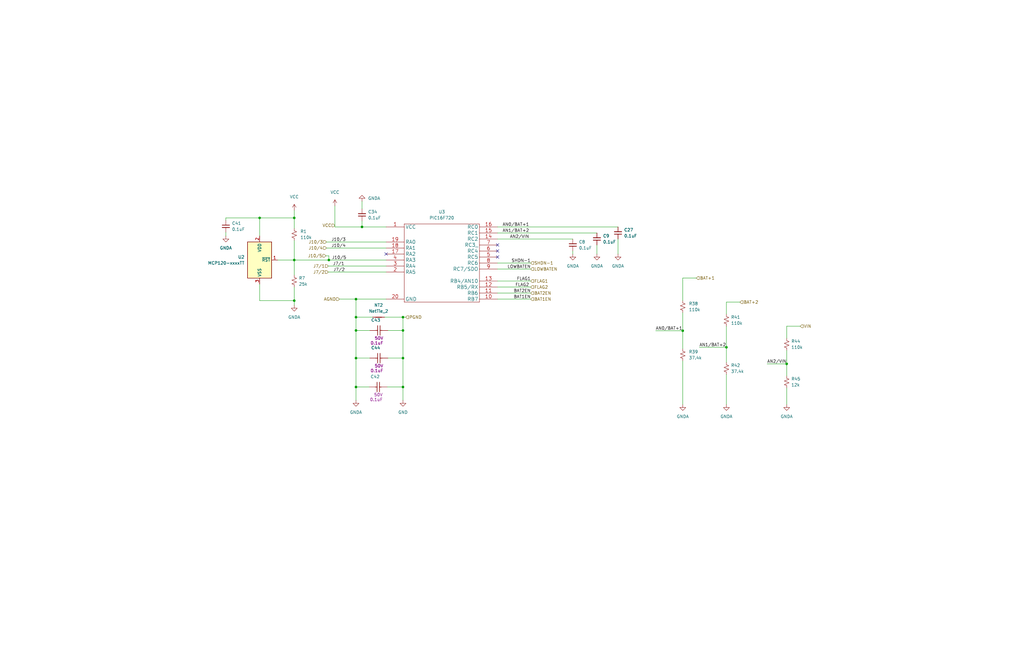
<source format=kicad_sch>
(kicad_sch (version 20230121) (generator eeschema)
  (paper "B")
  (title_block (title "Pass Through Charger") (date "2023-03-01") (rev "4") (company "SupplyNet") (comment 3 "R. Mercado") (comment 4 "Designed By:"))
  (lib_symbols
    (symbol "BCU_AltiumImport-altium-import:0_Cap"
      (property "Value" "0_Cap" (at 0 0 0))
      (symbol "0_Cap_1_0"
        (polyline (pts (xy -2.032 -3.302) (xy 2.032 -3.302)) (stroke (width 0.254)))
        (polyline (pts (xy 0 -5.08) (xy 0 -4.318)) (stroke (width 0.254)))
        (polyline (pts (xy 0 -2.54) (xy 0 -3.302)) (stroke (width 0.254)))
        (polyline (pts (xy 2.032 -4.318) (xy -2.032 -4.318)) (stroke (width 0.254)))
        (pin passive line (at 0 0 270) (length 2.54) (name "1") (number "1"))
        (pin passive line (at 0 -7.62 90) (length 2.54) (name "2") (number "2"))
      )
    )
    (symbol "Device:C_Small" (pin_numbers hide) (pin_names (offset 0.254) hide)
      (property "Reference" "C" (at 0.254 1.778 0))
      (property "Value" "C_Small" (at 0.254 -2.032 0))
      (symbol "C_Small_0_1"
        (polyline (pts (xy -1.524 -0.508) (xy 1.524 -0.508)) (stroke (width 0.3302)))
        (polyline (pts (xy -1.524 0.508) (xy 1.524 0.508)) (stroke (width 0.3048)))
      )
      (symbol "C_Small_1_1"
        (pin passive line (at 0 2.54 270) (length 2.032) (name "~") (number "1"))
        (pin passive line (at 0 -2.54 90) (length 2.032) (name "~") (number "2"))
      )
    )
    (symbol "Device:NetTie_2" (pin_numbers hide) (pin_names (offset 0) hide)
      (property "Reference" "NT" (at 0 1.27 0))
      (property "Value" "NetTie_2" (at 0 -1.27 0))
      (symbol "NetTie_2_0_1"
        (polyline (pts (xy -1.27 0) (xy 1.27 0)) (stroke (width 0.254)))
      )
      (symbol "NetTie_2_1_1"
        (pin passive line (at -2.54 0 0) (length 2.54) (name "1") (number "1"))
        (pin passive line (at 2.54 0 180) (length 2.54) (name "2") (number "2"))
      )
    )
    (symbol "Device:R_Small_US" (pin_numbers hide) (pin_names (offset 0.254) hide)
      (property "Reference" "R" (at 0.762 0.508 0))
      (property "Value" "R_Small_US" (at 0.762 -1.016 0))
      (symbol "R_Small_US_1_1"
        (polyline (pts (xy 0 0) (xy 1.016 -0.381) (xy 0 -0.762) (xy -1.016 -1.143) (xy 0 -1.524)))
        (polyline (pts (xy 0 1.524) (xy 1.016 1.143) (xy 0 0.762) (xy -1.016 0.381) (xy 0 0)))
        (pin passive line (at 0 2.54 270) (length 1.016) (name "~") (number "1"))
        (pin passive line (at 0 -2.54 90) (length 1.016) (name "~") (number "2"))
      )
    )
    (symbol "MCU_Microchip_PIC16:PIC16F720"
      (property "Reference" "U" (at 0 0 0))
      (property "Value" "PIC16F720" (at 1.27 -6.35 0))
      (symbol "PIC16F720_0_1"
        (rectangle (start -13.97 21.59) (end 17.78 -11.43))
      )
      (symbol "PIC16F720_1_1"
        (pin unspecified line (at -21.59 20.32 0) (length 7.62) (name "VCC") (number "1"))
        (pin unspecified line (at 25.4 -10.16 180) (length 7.62) (name "RB7") (number "10"))
        (pin unspecified line (at 25.4 -7.62 180) (length 7.62) (name "RB6") (number "11"))
        (pin unspecified line (at 25.4 -5.08 180) (length 7.62) (name "RB5/RX") (number "12"))
        (pin unspecified line (at 25.4 -2.54 180) (length 7.62) (name "RB4/AN10") (number "13"))
        (pin unspecified line (at 25.4 15.24 180) (length 7.62) (name "RC2") (number "14"))
        (pin unspecified line (at 25.4 17.78 180) (length 7.62) (name "RC1") (number "15"))
        (pin unspecified line (at 25.4 20.32 180) (length 7.62) (name "RC0") (number "16"))
        (pin unspecified line (at -21.59 8.89 0) (length 7.62) (name "RA2") (number "17"))
        (pin unspecified line (at -21.59 11.43 0) (length 7.62) (name "RA1") (number "18"))
        (pin unspecified line (at -21.59 13.97 0) (length 7.62) (name "RA0") (number "19"))
        (pin unspecified line (at -21.59 1.27 0) (length 7.62) (name "RA5") (number "2"))
        (pin unspecified line (at -21.59 -10.16 0) (length 7.62) (name "GND") (number "20"))
        (pin unspecified line (at -21.59 3.81 0) (length 7.62) (name "RA4") (number "3"))
        (pin unspecified line (at -21.59 6.35 0) (length 7.62) (name "RA3") (number "4"))
        (pin unspecified line (at 25.4 7.62 180) (length 7.62) (name "RC5") (number "5"))
        (pin unspecified line (at 25.4 10.16 180) (length 7.62) (name "RC4") (number "6"))
        (pin unspecified line (at 25.4 12.7 180) (length 7.62) (name "RC3_") (number "7"))
        (pin unspecified line (at 25.4 5.08 180) (length 7.62) (name "RC6") (number "8"))
        (pin unspecified line (at 25.4 2.54 180) (length 7.62) (name "RC7/SDO") (number "9"))
      )
    )
    (symbol "Power_Supervisor:MCP120-xxxxTT"
      (property "Reference" "U" (at -5.08 8.89 0))
      (property "Value" "MCP120-xxxxTT" (at 8.89 8.89 0))
      (symbol "MCP120-xxxxTT_0_1"
        (rectangle (start 5.08 7.62) (end -5.08 -7.62) (stroke (width 0.254)) (fill (type background)))
      )
      (symbol "MCP120-xxxxTT_1_1"
        (pin open_collector line (at 7.62 0 180) (length 2.54) (name "~{RST}") (number "1"))
        (pin power_in line (at 0 10.16 270) (length 2.54) (name "VDD") (number "2"))
        (pin power_in line (at 0 -10.16 90) (length 2.54) (name "VSS") (number "3"))
      )
    )
    (symbol "power:GND" (power) (pin_names (offset 0))
      (property "Value" "GND" (at 0 -3.81 0))
      (symbol "GND_0_1"
        (polyline (pts (xy 0 0) (xy 0 -1.27) (xy 1.27 -1.27) (xy 0 -2.54) (xy -1.27 -1.27) (xy 0 -1.27)))
      )
      (symbol "GND_1_1"
        (pin power_in line (at 0 0 270) (length 0) hide (name "GND") (number "1"))
      )
    )
    (symbol "power:GNDA" (power) (pin_names (offset 0))
      (property "Value" "GNDA" (at 0 -3.81 0))
      (symbol "GNDA_0_1"
        (polyline (pts (xy 0 0) (xy 0 -1.27) (xy 1.27 -1.27) (xy 0 -2.54) (xy -1.27 -1.27) (xy 0 -1.27)))
      )
      (symbol "GNDA_1_1"
        (pin power_in line (at 0 0 270) (length 0) hide (name "GNDA") (number "1"))
      )
    )
    (symbol "power:VCC" (power) (pin_names (offset 0))
      (property "Value" "VCC" (at 0 3.81 0))
      (symbol "VCC_0_1"
        (polyline (pts (xy -0.762 1.27) (xy 0 2.54)))
        (polyline (pts (xy 0 0) (xy 0 2.54)))
        (polyline (pts (xy 0 2.54) (xy 0.762 1.27)))
      )
      (symbol "VCC_1_1"
        (pin power_in line (at 0 0 90) (length 0) hide (name "VCC") (number "1"))
      )
    )
  )
  (junction (at 124.079 91.948))
  (junction (at 150.114 139.446))
  (junction (at 124.079 126.873))
  (junction (at 150.114 126.238))
  (junction (at 169.926 133.858))
  (junction (at 306.324 146.558))
  (junction (at 287.909 139.573))
  (junction (at 152.654 95.758))
  (junction (at 169.926 151.13))
  (junction (at 150.114 133.858))
  (junction (at 169.926 139.446))
  (junction (at 109.474 91.948))
  (junction (at 124.079 109.728))
  (junction (at 150.114 163.322))
  (junction (at 331.724 153.543))
  (junction (at 169.926 163.322))
  (junction (at 138.684 109.728))
  (junction (at 150.114 151.13))
  (no_connect (at 209.804 108.458))
  (no_connect (at 209.804 105.918))
  (no_connect (at 209.804 103.378))
  (no_connect (at 162.814 107.188))
  (wire (pts (xy 241.554 100.838) (xy 209.804 100.838)))
  (wire (pts (xy 150.114 139.446) (xy 150.114 151.13)))
  (wire (pts (xy 331.724 137.668) (xy 331.724 142.748)))
  (wire (pts (xy 157.099 133.858) (xy 150.114 133.858)))
  (wire (pts (xy 287.909 117.348) (xy 287.909 126.873)))
  (wire (pts (xy 209.804 121.158) (xy 223.774 121.158)))
  (wire (pts (xy 124.079 88.773) (xy 124.079 91.948)))
  (wire (pts (xy 260.604 107.188) (xy 260.604 100.838)))
  (wire (pts (xy 169.926 163.322) (xy 169.926 168.91)))
  (wire (pts (xy 95.25 98.044) (xy 95.25 99.568)))
  (wire (pts (xy 337.439 137.668) (xy 331.724 137.668)))
  (wire (pts (xy 124.079 101.473) (xy 124.079 109.728)))
  (wire (pts (xy 294.894 146.558) (xy 306.324 146.558)))
  (wire (pts (xy 323.469 153.543) (xy 331.724 153.543)))
  (wire (pts (xy 223.774 126.238) (xy 209.804 126.238)))
  (wire (pts (xy 287.909 170.688) (xy 287.909 152.273)))
  (wire (pts (xy 162.179 133.858) (xy 169.926 133.858)))
  (wire (pts (xy 109.474 126.873) (xy 124.079 126.873)))
  (wire (pts (xy 163.322 163.322) (xy 169.926 163.322)))
  (wire (pts (xy 306.324 127.508) (xy 306.324 132.588)))
  (wire (pts (xy 124.079 121.158) (xy 124.079 126.873)))
  (wire (pts (xy 155.956 139.446) (xy 150.114 139.446)))
  (wire (pts (xy 287.909 139.573) (xy 287.909 131.953)))
  (wire (pts (xy 241.554 107.188) (xy 241.554 105.918)))
  (wire (pts (xy 152.654 93.218) (xy 152.654 95.758)))
  (wire (pts (xy 152.654 84.963) (xy 152.654 88.138)))
  (wire (pts (xy 152.654 95.758) (xy 141.224 95.758)))
  (wire (pts (xy 124.079 91.948) (xy 124.079 96.393)))
  (wire (pts (xy 312.039 127.508) (xy 306.324 127.508)))
  (wire (pts (xy 163.576 151.13) (xy 169.926 151.13)))
  (wire (pts (xy 150.114 133.858) (xy 150.114 139.446)))
  (wire (pts (xy 137.668 104.648) (xy 162.814 104.648)))
  (wire (pts (xy 141.224 86.868) (xy 141.224 95.758)))
  (wire (pts (xy 293.624 117.348) (xy 287.909 117.348)))
  (wire (pts (xy 124.079 109.728) (xy 138.684 109.728)))
  (wire (pts (xy 150.114 151.13) (xy 150.114 163.322)))
  (wire (pts (xy 150.114 126.238) (xy 150.114 133.858)))
  (wire (pts (xy 109.474 91.948) (xy 124.079 91.948)))
  (wire (pts (xy 169.926 133.858) (xy 169.926 139.446)))
  (wire (pts (xy 209.804 98.298) (xy 251.714 98.298)))
  (wire (pts (xy 143.129 126.238) (xy 150.114 126.238)))
  (wire (pts (xy 209.804 95.758) (xy 260.604 95.758)))
  (wire (pts (xy 109.474 126.873) (xy 109.474 119.888)))
  (wire (pts (xy 223.774 123.698) (xy 209.804 123.698)))
  (wire (pts (xy 138.684 107.95) (xy 138.684 109.728)))
  (wire (pts (xy 223.774 118.618) (xy 209.804 118.618)))
  (wire (pts (xy 287.909 147.193) (xy 287.909 139.573)))
  (wire (pts (xy 124.079 116.078) (xy 124.079 109.728)))
  (wire (pts (xy 306.324 170.688) (xy 306.324 157.988)))
  (wire (pts (xy 331.724 158.623) (xy 331.724 153.543)))
  (wire (pts (xy 306.324 146.558) (xy 306.324 137.668)))
  (wire (pts (xy 169.926 133.858) (xy 171.069 133.858)))
  (wire (pts (xy 109.474 99.568) (xy 109.474 91.948)))
  (wire (pts (xy 223.774 110.998) (xy 209.804 110.998)))
  (wire (pts (xy 163.576 139.446) (xy 169.926 139.446)))
  (wire (pts (xy 124.079 126.873) (xy 124.079 128.778)))
  (wire (pts (xy 331.724 153.543) (xy 331.724 147.828)))
  (wire (pts (xy 137.414 107.95) (xy 138.684 107.95)))
  (wire (pts (xy 138.43 114.808) (xy 162.814 114.808)))
  (wire (pts (xy 251.714 107.188) (xy 251.714 103.378)))
  (wire (pts (xy 138.43 112.268) (xy 162.814 112.268)))
  (wire (pts (xy 169.926 139.446) (xy 169.926 151.13)))
  (wire (pts (xy 137.668 102.108) (xy 162.814 102.108)))
  (wire (pts (xy 150.114 151.13) (xy 155.956 151.13)))
  (wire (pts (xy 95.25 92.964) (xy 95.25 91.948)))
  (wire (pts (xy 223.774 113.538) (xy 209.804 113.538)))
  (wire (pts (xy 117.094 109.728) (xy 124.079 109.728)))
  (wire (pts (xy 331.724 170.688) (xy 331.724 163.703)))
  (wire (pts (xy 169.926 151.13) (xy 169.926 163.322)))
  (wire (pts (xy 150.114 163.322) (xy 150.114 168.91)))
  (wire (pts (xy 152.654 95.758) (xy 162.814 95.758)))
  (wire (pts (xy 306.324 152.908) (xy 306.324 146.558)))
  (wire (pts (xy 95.25 91.948) (xy 109.474 91.948)))
  (wire (pts (xy 138.684 109.728) (xy 162.814 109.728)))
  (wire (pts (xy 276.479 139.573) (xy 287.909 139.573)))
  (wire (pts (xy 150.114 163.322) (xy 155.702 163.322)))
  (wire (pts (xy 150.114 126.238) (xy 162.814 126.238)))
  (label "LOWBATEN" (at 223.774 113.538 180))
  (label "AN1{slash}BAT+2" (at 223.139 98.298 180))
  (label "J7{slash}1" (at 140.3563 112.268 0))
  (label "AN0{slash}BAT+1" (at 223.139 95.758 180))
  (label "BAT1EN" (at 223.774 126.238 180))
  (label "AN0{slash}BAT+1" (at 276.479 139.573 0))
  (label "J10{slash}4" (at 139.7 104.648 0))
  (label "J7{slash}2" (at 140.5361 114.808 0))
  (label "SHDN-1" (at 223.774 110.998 180))
  (label "FLAG2" (at 223.139 121.158 180))
  (label "J10{slash}3" (at 139.7 102.108 0))
  (label "FLAG1" (at 223.774 118.618 180))
  (label "J10{slash}5" (at 139.954 109.728 0))
  (label "AN1{slash}BAT+2" (at 294.894 146.558 0))
  (label "BAT2EN" (at 223.774 123.698 180))
  (label "AN2{slash}VIN" (at 323.469 153.543 0))
  (label "AN2{slash}VIN" (at 223.139 100.838 180))
  (hierarchical_label "FLAG2" (shape input) (at 223.774 121.158 0))
  (hierarchical_label "BAT2EN" (shape input) (at 223.774 123.698 0))
  (hierarchical_label "VCC" (shape input) (at 141.224 95.123 180))
  (hierarchical_label "SHDN-1" (shape input) (at 223.774 110.998 0))
  (hierarchical_label "BAT+2" (shape input) (at 312.039 127.508 0))
  (hierarchical_label "FLAG1" (shape input) (at 223.774 118.618 0))
  (hierarchical_label "PGND" (shape input) (at 171.069 133.858 0))
  (hierarchical_label "BAT1EN" (shape input) (at 223.774 126.238 0))
  (hierarchical_label "J7{slash}1" (shape input) (at 138.43 112.268 180))
  (hierarchical_label "AGND" (shape input) (at 143.129 126.238 180))
  (hierarchical_label "J10{slash}3" (shape input) (at 137.668 102.108 180))
  (hierarchical_label "J7{slash}2" (shape input) (at 138.43 114.808 180))
  (hierarchical_label "BAT+1" (shape input) (at 293.624 117.348 0))
  (hierarchical_label "J10{slash}5" (shape input) (at 137.414 107.95 180))
  (hierarchical_label "LOWBATEN" (shape input) (at 223.774 113.538 0))
  (hierarchical_label "J10{slash}4" (shape input) (at 137.668 104.648 180))
  (hierarchical_label "VIN" (shape input) (at 337.439 137.668 0))
  (symbol (lib_id "power:GNDA") (at 331.724 170.688 0) (unit 1)
    (property "Reference" "#PWR0143" (effects hide))
    (property "Value" "GNDA" (at 331.724 175.768 0))
  )
  (symbol (lib_id "power:GNDA") (at 287.909 170.688 0) (unit 1)
    (property "Reference" "#PWR0144" (effects hide))
    (property "Value" "GNDA" (at 287.909 175.768 0))
  )
  (symbol (lib_id "BCU_AltiumImport-altium-import:0_Cap") (at 155.956 151.13 90) (unit 1)
    (property "Reference" "C44" (at 160.401 146.05 90) (effects (justify left bottom)))
    (property "Value" "0.1uF" (effects hide))
    (property "Footprint" "Capacitor_SMD:C_0603_1608Metric" (effects hide))
    (property "DIELECTRIC" "X7R" (effects hide))
    (property "CAPACITANCE" "0.1uF" (at 161.671 155.702 90) (effects (justify left bottom)))
    (property "VOLTAGE" "50V" (at 161.671 153.67 90) (effects (justify left bottom)))
    (property "IDENTIFIER" "0.1uF 100V +/-5% 0603" (effects hide))
    (property "MANUFACTURER" "Vishay/Vitramon" (effects hide))
    (property "MANUFACTURER 2" "AVX" (effects hide))
    (property "MANUFACTURER PARTNO 2" "12062C104JAT2A" (effects hide))
    (property "PRESSURE VERIFIED" "12000" (effects hide))
    (property "DATE CHECKED" "12/17/2019" (effects hide))
    (property "DATE VERIFIED" "12/17/2019" (effects hide))
    (property "TOLERANCE" "+/-5%" (effects hide))
    (property "MOUNTING TECHNOLOGY" "SMT" (effects hide))
    (property "ROHS" "YES" (effects hide))
    (property "DO NOT POPULATE" "DNP" (effects hide))
    (property "PACKAGE" "1206" (effects hide))
    (property "POLAR" "No" (effects hide))
    (property "HELPURL" "https://www.mouser.com/datasheet/2/427/vjw1bcbascomseries-223529.pdf" (effects hide))
  )
  (symbol (lib_id "Device:C_Small") (at 95.25 95.504 0) (unit 1)
    (property "Reference" "C41" (at 97.79 94.2402 0) (effects (justify left)))
    (property "Value" "0.1uF" (at 97.79 96.7802 0) (effects (justify left)))
    (property "Footprint" "Capacitor_SMD:C_0603_1608Metric" (effects hide))
  )
  (symbol (lib_id "power:GNDA") (at 152.654 84.963 180) (unit 1)
    (property "Reference" "#PWR0146" (effects hide))
    (property "Value" "GNDA" (at 155.194 83.6929 0) (effects (justify right)))
  )
  (symbol (lib_id "power:GNDA") (at 95.25 99.568 0) (unit 1)
    (property "Reference" "#PWR0160" (effects hide))
    (property "Value" "GNDA" (at 95.25 104.648 0))
  )
  (symbol (lib_id "power:GNDA") (at 150.114 168.91 0) (unit 1)
    (property "Reference" "#PWR0149" (effects hide))
    (property "Value" "GNDA" (at 150.114 173.99 0))
  )
  (symbol (lib_id "power:GNDA") (at 260.604 107.188 0) (unit 1)
    (property "Reference" "#PWR0140" (effects hide))
    (property "Value" "GNDA" (at 260.604 112.268 0))
  )
  (symbol (lib_id "power:GNDA") (at 306.324 170.688 0) (unit 1)
    (property "Reference" "#PWR0145" (effects hide))
    (property "Value" "GNDA" (at 306.324 175.768 0))
  )
  (symbol (lib_id "Device:R_Small_US") (at 287.909 149.733 0) (unit 1)
    (property "Reference" "R39" (at 290.449 148.4629 0) (effects (justify left)))
    (property "Value" "37.4k" (at 290.449 151.0029 0) (effects (justify left)))
    (property "Footprint" "Resistor_SMD:R_0402_1005Metric" (effects hide))
  )
  (symbol (lib_id "Device:NetTie_2") (at 159.639 133.858 0) (unit 1)
    (property "Reference" "NT2" (at 159.639 128.778 0))
    (property "Value" "NetTie_2" (at 159.639 131.318 0))
  )
  (symbol (lib_id "Device:R_Small_US") (at 124.079 98.933 0) (unit 1)
    (property "Reference" "R1" (at 126.619 97.6629 0) (effects (justify left)))
    (property "Value" "110k" (at 126.619 100.2029 0) (effects (justify left)))
    (property "Footprint" "Resistor_SMD:R_0402_1005Metric" (effects hide))
  )
  (symbol (lib_id "Device:C_Small") (at 260.604 98.298 180) (unit 1)
    (property "Reference" "C27" (at 263.144 97.0215 0) (effects (justify right)))
    (property "Value" "0.1uF" (at 263.144 99.5615 0) (effects (justify right)))
    (property "Footprint" "Capacitor_SMD:C_0402_1005Metric" (effects hide))
  )
  (symbol (lib_id "Device:R_Small_US") (at 331.724 161.163 0) (unit 1)
    (property "Reference" "R45" (at 333.629 159.8929 0) (effects (justify left)))
    (property "Value" "12k" (at 333.629 162.4329 0) (effects (justify left)))
    (property "Footprint" "Resistor_SMD:R_0402_1005Metric" (effects hide))
  )
  (symbol (lib_id "Device:R_Small_US") (at 306.324 135.128 0) (unit 1)
    (property "Reference" "R41" (at 308.229 133.8579 0) (effects (justify left)))
    (property "Value" "110k" (at 308.229 136.3979 0) (effects (justify left)))
    (property "Footprint" "Resistor_SMD:R_0402_1005Metric" (effects hide))
  )
  (symbol (lib_id "Device:R_Small_US") (at 306.324 155.448 0) (unit 1)
    (property "Reference" "R42" (at 308.229 154.1779 0) (effects (justify left)))
    (property "Value" "37.4k" (at 308.229 156.7179 0) (effects (justify left)))
    (property "Footprint" "Resistor_SMD:R_0402_1005Metric" (effects hide))
  )
  (symbol (lib_id "Device:R_Small_US") (at 124.079 118.618 0) (unit 1)
    (property "Reference" "R7" (at 125.984 117.3479 0) (effects (justify left)))
    (property "Value" "25k" (at 125.984 119.8879 0) (effects (justify left)))
    (property "Footprint" "Resistor_SMD:R_0402_1005Metric" (effects hide))
  )
  (symbol (lib_id "power:VCC") (at 141.224 86.868 0) (unit 1)
    (property "Reference" "#PWR0138" (effects hide))
    (property "Value" "VCC" (at 141.224 81.153 0))
  )
  (symbol (lib_id "Device:R_Small_US") (at 331.724 145.288 0) (unit 1)
    (property "Reference" "R44" (at 333.629 144.0179 0) (effects (justify left)))
    (property "Value" "110k" (at 333.629 146.5579 0) (effects (justify left)))
    (property "Footprint" "Resistor_SMD:R_0402_1005Metric" (effects hide))
  )
  (symbol (lib_id "power:GNDA") (at 251.714 107.188 0) (unit 1)
    (property "Reference" "#PWR0141" (effects hide))
    (property "Value" "GNDA" (at 251.714 112.268 0))
  )
  (symbol (lib_id "power:GNDA") (at 241.554 107.188 0) (unit 1)
    (property "Reference" "#PWR0142" (effects hide))
    (property "Value" "GNDA" (at 241.554 112.268 0))
  )
  (symbol (lib_id "power:GND") (at 169.926 168.91 0) (unit 1)
    (property "Reference" "#PWR0148" (effects hide))
    (property "Value" "GND" (at 169.926 173.99 0))
  )
  (symbol (lib_id "Device:C_Small") (at 251.714 100.838 180) (unit 1)
    (property "Reference" "C9" (at 254.254 99.5615 0) (effects (justify right)))
    (property "Value" "0.1uF" (at 254.254 102.1015 0) (effects (justify right)))
    (property "Footprint" "Capacitor_SMD:C_0402_1005Metric" (effects hide))
  )
  (symbol (lib_id "Power_Supervisor:MCP120-xxxxTT") (at 109.474 109.728 0) (unit 1)
    (property "Reference" "U2" (at 103.124 108.4579 0) (effects (justify right)))
    (property "Value" "MCP120-xxxxTT" (at 103.124 110.9979 0) (effects (justify right)))
    (property "Footprint" "Package_TO_SOT_SMD:SOT-23" (effects hide))
    (property "Datasheet" "http://ww1.microchip.com/downloads/en/DeviceDoc/11184d.pdf" (effects hide))
  )
  (symbol (lib_id "Device:R_Small_US") (at 287.909 129.413 0) (unit 1)
    (property "Reference" "R38" (at 290.449 128.1429 0) (effects (justify left)))
    (property "Value" "110k" (at 290.449 130.6829 0) (effects (justify left)))
    (property "Footprint" "Resistor_SMD:R_0402_1005Metric" (effects hide))
  )
  (symbol (lib_id "BCU_AltiumImport-altium-import:0_Cap") (at 155.956 139.446 90) (unit 1)
    (property "Reference" "C43" (at 160.401 134.366 90) (effects (justify left bottom)))
    (property "Value" "0.1uF" (effects hide))
    (property "Footprint" "Capacitor_SMD:C_0603_1608Metric" (effects hide))
    (property "DIELECTRIC" "X7R" (effects hide))
    (property "CAPACITANCE" "0.1uF" (at 161.671 144.018 90) (effects (justify left bottom)))
    (property "VOLTAGE" "50V" (at 161.671 141.986 90) (effects (justify left bottom)))
    (property "IDENTIFIER" "0.1uF 100V +/-5% 0603" (effects hide))
    (property "MANUFACTURER" "Vishay/Vitramon" (effects hide))
    (property "MANUFACTURER 2" "AVX" (effects hide))
    (property "MANUFACTURER PARTNO 2" "12062C104JAT2A" (effects hide))
    (property "PRESSURE VERIFIED" "12000" (effects hide))
    (property "DATE CHECKED" "12/17/2019" (effects hide))
    (property "DATE VERIFIED" "12/17/2019" (effects hide))
    (property "TOLERANCE" "+/-5%" (effects hide))
    (property "MOUNTING TECHNOLOGY" "SMT" (effects hide))
    (property "ROHS" "YES" (effects hide))
    (property "DO NOT POPULATE" "DNP" (effects hide))
    (property "PACKAGE" "1206" (effects hide))
    (property "POLAR" "No" (effects hide))
    (property "HELPURL" "https://www.mouser.com/datasheet/2/427/vjw1bcbascomseries-223529.pdf" (effects hide))
  )
  (symbol (lib_id "Device:C_Small") (at 152.654 90.678 180) (unit 1)
    (property "Reference" "C34" (at 155.194 89.4015 0) (effects (justify right)))
    (property "Value" "0.1uF" (at 155.194 91.9415 0) (effects (justify right)))
    (property "Footprint" "Capacitor_SMD:C_0402_1005Metric" (effects hide))
  )
  (symbol (lib_id "MCU_Microchip_PIC16:PIC16F720") (at 184.404 116.078 0) (unit 1)
    (property "Reference" "U3" (at 186.309 89.408 0))
    (property "Value" "PIC16F720" (at 186.309 91.948 0))
    (property "Footprint" "Package_SO:SSOP-20_5.3x7.2mm_P0.65mm" (effects hide))
  )
  (symbol (lib_id "power:VCC") (at 124.079 88.773 0) (unit 1)
    (property "Reference" "#PWR0139" (effects hide))
    (property "Value" "VCC" (at 124.079 83.058 0))
  )
  (symbol (lib_id "Device:C_Small") (at 241.554 103.378 180) (unit 1)
    (property "Reference" "C8" (at 244.094 102.1015 0) (effects (justify right)))
    (property "Value" "0.1uF" (at 244.094 104.6415 0) (effects (justify right)))
    (property "Footprint" "Capacitor_SMD:C_0402_1005Metric" (effects hide))
  )
  (symbol (lib_id "BCU_AltiumImport-altium-import:0_Cap") (at 155.702 163.322 90) (unit 1)
    (property "Reference" "C42" (at 160.147 158.242 90) (effects (justify left bottom)))
    (property "Value" "0.1uF" (effects hide))
    (property "Footprint" "Capacitor_SMD:C_0603_1608Metric" (effects hide))
    (property "DIELECTRIC" "X7R" (effects hide))
    (property "CAPACITANCE" "0.1uF" (at 161.417 167.894 90) (effects (justify left bottom)))
    (property "VOLTAGE" "50V" (at 161.417 165.862 90) (effects (justify left bottom)))
    (property "IDENTIFIER" "0.1uF 100V +/-5% 0603" (effects hide))
    (property "MANUFACTURER" "Vishay/Vitramon" (effects hide))
    (property "MANUFACTURER 2" "AVX" (effects hide))
    (property "MANUFACTURER PARTNO 2" "12062C104JAT2A" (effects hide))
    (property "PRESSURE VERIFIED" "12000" (effects hide))
    (property "DATE CHECKED" "12/17/2019" (effects hide))
    (property "DATE VERIFIED" "12/17/2019" (effects hide))
    (property "TOLERANCE" "+/-5%" (effects hide))
    (property "MOUNTING TECHNOLOGY" "SMT" (effects hide))
    (property "ROHS" "YES" (effects hide))
    (property "DO NOT POPULATE" "DNP" (effects hide))
    (property "PACKAGE" "1206" (effects hide))
    (property "POLAR" "No" (effects hide))
    (property "HELPURL" "https://www.mouser.com/datasheet/2/427/vjw1bcbascomseries-223529.pdf" (effects hide))
  )
  (symbol (lib_id "power:GNDA") (at 124.079 128.778 0) (unit 1)
    (property "Reference" "#PWR0147" (effects hide))
    (property "Value" "GNDA" (at 124.079 133.858 0))
  )
)
</source>
